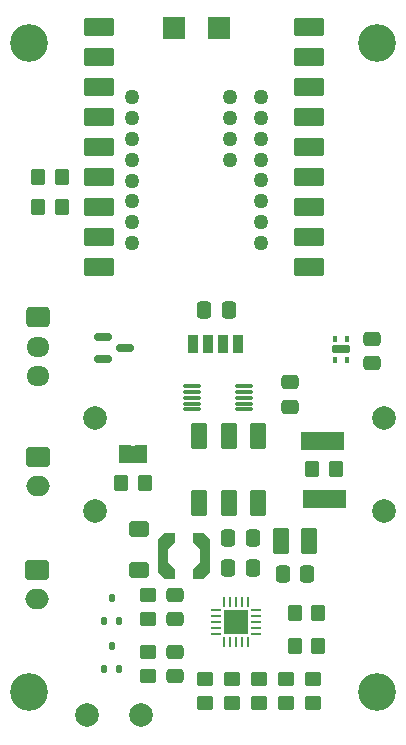
<source format=gbr>
%TF.GenerationSoftware,KiCad,Pcbnew,9.0.2*%
%TF.CreationDate,2025-06-10T20:07:43+02:00*%
%TF.ProjectId,PEH Sensor,50454820-5365-46e7-936f-722e6b696361,rev?*%
%TF.SameCoordinates,Original*%
%TF.FileFunction,Soldermask,Top*%
%TF.FilePolarity,Negative*%
%FSLAX46Y46*%
G04 Gerber Fmt 4.6, Leading zero omitted, Abs format (unit mm)*
G04 Created by KiCad (PCBNEW 9.0.2) date 2025-06-10 20:07:43*
%MOMM*%
%LPD*%
G01*
G04 APERTURE LIST*
G04 Aperture macros list*
%AMRoundRect*
0 Rectangle with rounded corners*
0 $1 Rounding radius*
0 $2 $3 $4 $5 $6 $7 $8 $9 X,Y pos of 4 corners*
0 Add a 4 corners polygon primitive as box body*
4,1,4,$2,$3,$4,$5,$6,$7,$8,$9,$2,$3,0*
0 Add four circle primitives for the rounded corners*
1,1,$1+$1,$2,$3*
1,1,$1+$1,$4,$5*
1,1,$1+$1,$6,$7*
1,1,$1+$1,$8,$9*
0 Add four rect primitives between the rounded corners*
20,1,$1+$1,$2,$3,$4,$5,0*
20,1,$1+$1,$4,$5,$6,$7,0*
20,1,$1+$1,$6,$7,$8,$9,0*
20,1,$1+$1,$8,$9,$2,$3,0*%
%AMFreePoly0*
4,1,11,1.015000,1.170000,0.435000,0.575000,0.435000,-0.575000,1.015000,-1.170000,1.015000,-1.945000,0.125000,-1.945000,-0.435000,-1.395000,-0.435000,1.395000,0.125000,1.945000,1.015000,1.945000,1.015000,1.170000,1.015000,1.170000,$1*%
%AMFreePoly1*
4,1,11,0.435000,1.395000,0.435000,-1.395000,-0.125000,-1.945000,-1.015000,-1.945000,-1.015000,-1.170000,-0.435000,-0.575000,-0.435000,0.575000,-1.015000,1.170000,-1.015000,1.945000,-0.125000,1.945000,0.435000,1.395000,0.435000,1.395000,$1*%
G04 Aperture macros list end*
%ADD10RoundRect,0.250000X0.350000X0.450000X-0.350000X0.450000X-0.350000X-0.450000X0.350000X-0.450000X0*%
%ADD11RoundRect,0.112500X-0.112500X-0.237500X0.112500X-0.237500X0.112500X0.237500X-0.112500X0.237500X0*%
%ADD12RoundRect,0.250000X0.600000X-0.400000X0.600000X0.400000X-0.600000X0.400000X-0.600000X-0.400000X0*%
%ADD13RoundRect,0.087500X-0.087500X0.187500X-0.087500X-0.187500X0.087500X-0.187500X0.087500X0.187500X0*%
%ADD14RoundRect,0.175000X-0.625000X0.175000X-0.625000X-0.175000X0.625000X-0.175000X0.625000X0.175000X0*%
%ADD15RoundRect,0.250000X-0.475000X0.337500X-0.475000X-0.337500X0.475000X-0.337500X0.475000X0.337500X0*%
%ADD16RoundRect,0.250000X-0.337500X-0.475000X0.337500X-0.475000X0.337500X0.475000X-0.337500X0.475000X0*%
%ADD17RoundRect,0.250000X0.450000X-0.350000X0.450000X0.350000X-0.450000X0.350000X-0.450000X-0.350000X0*%
%ADD18FreePoly0,0.000000*%
%ADD19FreePoly1,0.000000*%
%ADD20RoundRect,0.250000X-0.450000X0.350000X-0.450000X-0.350000X0.450000X-0.350000X0.450000X0.350000X0*%
%ADD21C,2.000000*%
%ADD22C,3.200000*%
%ADD23RoundRect,0.102000X0.350000X-0.700000X0.350000X0.700000X-0.350000X0.700000X-0.350000X-0.700000X0*%
%ADD24RoundRect,0.250000X0.337500X0.475000X-0.337500X0.475000X-0.337500X-0.475000X0.337500X-0.475000X0*%
%ADD25RoundRect,0.250000X-0.750000X0.600000X-0.750000X-0.600000X0.750000X-0.600000X0.750000X0.600000X0*%
%ADD26O,2.000000X1.700000*%
%ADD27RoundRect,0.250001X-0.462499X-0.849999X0.462499X-0.849999X0.462499X0.849999X-0.462499X0.849999X0*%
%ADD28R,1.000000X1.500000*%
%ADD29RoundRect,0.062500X-0.375000X-0.062500X0.375000X-0.062500X0.375000X0.062500X-0.375000X0.062500X0*%
%ADD30RoundRect,0.062500X-0.062500X-0.375000X0.062500X-0.375000X0.062500X0.375000X-0.062500X0.375000X0*%
%ADD31R,2.000000X2.000000*%
%ADD32RoundRect,0.102000X0.600000X0.975000X-0.600000X0.975000X-0.600000X-0.975000X0.600000X-0.975000X0*%
%ADD33RoundRect,0.231000X-1.039000X-0.539000X1.039000X-0.539000X1.039000X0.539000X-1.039000X0.539000X0*%
%ADD34C,1.270000*%
%ADD35R,1.900000X1.900000*%
%ADD36RoundRect,0.250000X-0.350000X-0.450000X0.350000X-0.450000X0.350000X0.450000X-0.350000X0.450000X0*%
%ADD37RoundRect,0.250000X0.475000X-0.337500X0.475000X0.337500X-0.475000X0.337500X-0.475000X-0.337500X0*%
%ADD38RoundRect,0.150000X-0.587500X-0.150000X0.587500X-0.150000X0.587500X0.150000X-0.587500X0.150000X0*%
%ADD39RoundRect,0.075000X-0.650000X-0.075000X0.650000X-0.075000X0.650000X0.075000X-0.650000X0.075000X0*%
%ADD40RoundRect,0.250000X-0.725000X0.600000X-0.725000X-0.600000X0.725000X-0.600000X0.725000X0.600000X0*%
%ADD41O,1.950000X1.700000*%
G04 APERTURE END LIST*
%TO.C,JP2*%
G36*
X157518000Y-102588000D02*
G01*
X155918000Y-102588000D01*
X155918000Y-101088000D01*
X157518000Y-101088000D01*
X157518000Y-102588000D01*
G37*
%TO.C,JP1*%
G36*
X140671500Y-98794000D02*
G01*
X140371500Y-98794000D01*
X140371500Y-97294000D01*
X140671500Y-97294000D01*
X140671500Y-98794000D01*
G37*
%TO.C,JP3*%
G36*
X157391000Y-97651000D02*
G01*
X155791000Y-97651000D01*
X155791000Y-96151000D01*
X157391000Y-96151000D01*
X157391000Y-97651000D01*
G37*
%TD*%
D10*
%TO.C,R10*%
X156222500Y-111453500D03*
X154222500Y-111453500D03*
%TD*%
D11*
%TO.C,D2*%
X138078500Y-112183500D03*
X139378500Y-112183500D03*
X138728500Y-110183500D03*
%TD*%
D12*
%TO.C,D3*%
X141014500Y-107869500D03*
X141014500Y-104369500D03*
%TD*%
D11*
%TO.C,D1*%
X138078500Y-116247500D03*
X139378500Y-116247500D03*
X138728500Y-114247500D03*
%TD*%
D13*
%TO.C,U1*%
X158615000Y-88229000D03*
X157615000Y-88229000D03*
X157615000Y-90079000D03*
X158615000Y-90079000D03*
D14*
X158115000Y-89154000D03*
%TD*%
D10*
%TO.C,R13*%
X134477000Y-74549000D03*
X132477000Y-74549000D03*
%TD*%
D15*
%TO.C,C1*%
X144062500Y-109908000D03*
X144062500Y-111983000D03*
%TD*%
D16*
%TO.C,C2*%
X148591500Y-105103500D03*
X150666500Y-105103500D03*
%TD*%
D17*
%TO.C,R4*%
X151174500Y-119057500D03*
X151174500Y-117057500D03*
%TD*%
D18*
%TO.C,L1*%
X143059500Y-106627500D03*
D19*
X146589500Y-106627500D03*
%TD*%
D20*
%TO.C,R8*%
X155746500Y-117057500D03*
X155746500Y-119057500D03*
%TD*%
D10*
%TO.C,R11*%
X157718000Y-99298000D03*
X155718000Y-99298000D03*
%TD*%
D21*
%TO.C,TP1*%
X136652000Y-120142000D03*
%TD*%
D20*
%TO.C,R9*%
X146602500Y-117057500D03*
X146602500Y-119057500D03*
%TD*%
D22*
%TO.C,H4*%
X161200000Y-118178000D03*
%TD*%
D21*
%TO.C,TP4*%
X137287000Y-102870000D03*
%TD*%
D17*
%TO.C,R2*%
X141776500Y-116771500D03*
X141776500Y-114771500D03*
%TD*%
D10*
%TO.C,R3*%
X141506500Y-100457000D03*
X139506500Y-100457000D03*
%TD*%
D22*
%TO.C,H1*%
X161200000Y-63200000D03*
%TD*%
D23*
%TO.C,U3*%
X145643600Y-88709240D03*
X146913600Y-88709240D03*
X148183600Y-88709240D03*
X149453600Y-88709240D03*
%TD*%
D24*
%TO.C,C5*%
X155281500Y-108151500D03*
X153206500Y-108151500D03*
%TD*%
D16*
%TO.C,C4*%
X148591500Y-107643500D03*
X150666500Y-107643500D03*
%TD*%
D21*
%TO.C,TP6*%
X161798000Y-102870000D03*
%TD*%
D25*
%TO.C,BT1*%
X132461000Y-98245500D03*
D26*
X132461000Y-100745500D03*
%TD*%
D15*
%TO.C,C3*%
X144062500Y-114734000D03*
X144062500Y-116809000D03*
%TD*%
D27*
%TO.C,L2*%
X153081500Y-105357500D03*
X155406500Y-105357500D03*
%TD*%
D10*
%TO.C,R12*%
X134477000Y-77089000D03*
X132477000Y-77089000D03*
%TD*%
D28*
%TO.C,JP2*%
X158018000Y-101838000D03*
X156718000Y-101838000D03*
X155418000Y-101838000D03*
%TD*%
D29*
%TO.C,U2*%
X147545500Y-111231500D03*
X147545500Y-111731500D03*
X147545500Y-112231500D03*
X147545500Y-112731500D03*
X147545500Y-113231500D03*
D30*
X148233000Y-113919000D03*
X148733000Y-113919000D03*
X149233000Y-113919000D03*
X149733000Y-113919000D03*
X150233000Y-113919000D03*
D29*
X150920500Y-113231500D03*
X150920500Y-112731500D03*
X150920500Y-112231500D03*
X150920500Y-111731500D03*
X150920500Y-111231500D03*
D30*
X150233000Y-110544000D03*
X149733000Y-110544000D03*
X149233000Y-110544000D03*
X148733000Y-110544000D03*
X148233000Y-110544000D03*
D31*
X149233000Y-112231500D03*
%TD*%
D32*
%TO.C,S1*%
X151115400Y-96473000D03*
X148615400Y-96473000D03*
X146115400Y-96473000D03*
X151115400Y-102123000D03*
X148615400Y-102123000D03*
X146115400Y-102123000D03*
%TD*%
D33*
%TO.C,U5*%
X137668000Y-61849000D03*
X137668000Y-64389000D03*
X137668000Y-66929000D03*
X137668000Y-69469000D03*
X137668000Y-72009000D03*
X137668000Y-74549000D03*
X137668000Y-77089000D03*
X137668000Y-79629000D03*
X137668000Y-82169000D03*
X155448000Y-82169000D03*
X155448000Y-79629000D03*
X155448000Y-77089000D03*
X155448000Y-74549000D03*
X155448000Y-72009000D03*
X155448000Y-69469000D03*
X155448000Y-66929000D03*
X155448000Y-64389000D03*
X155448000Y-61849000D03*
D34*
X151384000Y-80137000D03*
X151384000Y-78359000D03*
X151384000Y-76581000D03*
X151384000Y-74803000D03*
X151384000Y-73152000D03*
X151384000Y-71374000D03*
X151384000Y-69596000D03*
X151384000Y-67818000D03*
X148717000Y-73152000D03*
X148717000Y-71374000D03*
X148717000Y-69596000D03*
X148717000Y-67818000D03*
X140462000Y-80137000D03*
X140462000Y-78359000D03*
X140462000Y-76581000D03*
X140462000Y-74930000D03*
X140462000Y-73152000D03*
X140462000Y-71374000D03*
X140462000Y-69596000D03*
X140462000Y-67818000D03*
D35*
X147828000Y-61976000D03*
X144018000Y-61976000D03*
%TD*%
D21*
%TO.C,TP2*%
X141224000Y-120142000D03*
%TD*%
D17*
%TO.C,R1*%
X141776500Y-111945500D03*
X141776500Y-109945500D03*
%TD*%
D36*
%TO.C,R6*%
X154222500Y-114247500D03*
X156222500Y-114247500D03*
%TD*%
D28*
%TO.C,JP1*%
X141171500Y-98044000D03*
X139871500Y-98044000D03*
%TD*%
D21*
%TO.C,TP3*%
X161798000Y-94996000D03*
%TD*%
D17*
%TO.C,R7*%
X153460500Y-119057500D03*
X153460500Y-117057500D03*
%TD*%
D16*
%TO.C,C7*%
X146536500Y-85852000D03*
X148611500Y-85852000D03*
%TD*%
D15*
%TO.C,C6*%
X160782000Y-88243500D03*
X160782000Y-90318500D03*
%TD*%
D37*
%TO.C,C8*%
X153797000Y-94026900D03*
X153797000Y-91951900D03*
%TD*%
D22*
%TO.C,H2*%
X131681000Y-63200000D03*
%TD*%
D17*
%TO.C,R5*%
X148888500Y-119057500D03*
X148888500Y-117057500D03*
%TD*%
D28*
%TO.C,JP3*%
X157891000Y-96901000D03*
X156591000Y-96901000D03*
X155291000Y-96901000D03*
%TD*%
D38*
%TO.C,Q1*%
X137952000Y-88077000D03*
X137952000Y-89977000D03*
X139827000Y-89027000D03*
%TD*%
D21*
%TO.C,TP5*%
X137287000Y-94996000D03*
%TD*%
D22*
%TO.C,H3*%
X131681000Y-118178000D03*
%TD*%
D39*
%TO.C,U4*%
X145542000Y-92234000D03*
X145542000Y-92734000D03*
X145542000Y-93234000D03*
X145542000Y-93734000D03*
X145542000Y-94234000D03*
X149942000Y-94234000D03*
X149942000Y-93734000D03*
X149942000Y-93234000D03*
X149942000Y-92734000D03*
X149942000Y-92234000D03*
%TD*%
D25*
%TO.C,V1*%
X132435600Y-107797600D03*
D26*
X132435600Y-110297600D03*
%TD*%
D40*
%TO.C,J1*%
X132461000Y-86439500D03*
D41*
X132461000Y-88939500D03*
X132461000Y-91439500D03*
%TD*%
M02*

</source>
